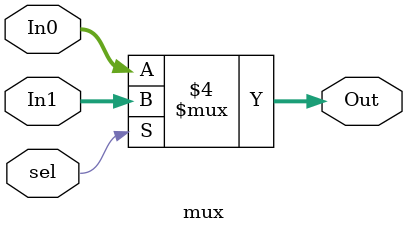
<source format=v>
`timescale 1ns / 1ps
module mux(
    input [7:0] In0,
    input [7:0] In1,
    input sel,
    output reg [7:0] Out
    );

always@ *
begin
	if(!sel) Out = In0;
	else Out = In1;
end

endmodule

</source>
